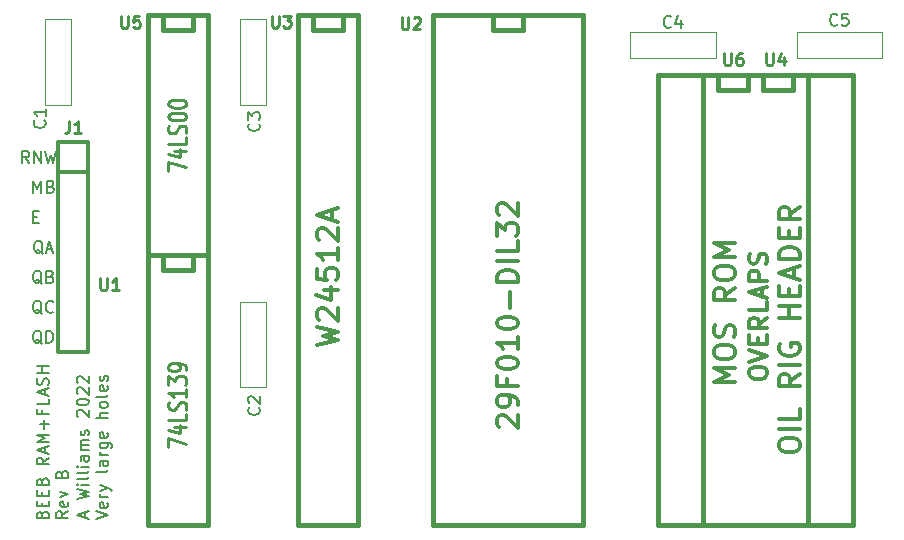
<source format=gto>
G04 #@! TF.GenerationSoftware,KiCad,Pcbnew,(6.0.6)*
G04 #@! TF.CreationDate,2022-10-18T23:28:59+10:30*
G04 #@! TF.ProjectId,BBCROMRAM2014,42424352-4f4d-4524-914d-323031342e6b,rev?*
G04 #@! TF.SameCoordinates,Original*
G04 #@! TF.FileFunction,Legend,Top*
G04 #@! TF.FilePolarity,Positive*
%FSLAX46Y46*%
G04 Gerber Fmt 4.6, Leading zero omitted, Abs format (unit mm)*
G04 Created by KiCad (PCBNEW (6.0.6)) date 2022-10-18 23:28:59*
%MOMM*%
%LPD*%
G01*
G04 APERTURE LIST*
%ADD10C,0.150000*%
%ADD11C,0.300000*%
%ADD12C,0.254000*%
%ADD13C,0.304800*%
%ADD14C,0.285750*%
%ADD15C,0.381000*%
%ADD16C,0.120000*%
%ADD17R,1.397000X1.397000*%
%ADD18C,1.397000*%
%ADD19C,2.100000*%
%ADD20C,2.200000*%
%ADD21C,1.900000*%
%ADD22C,1.600000*%
G04 APERTURE END LIST*
D10*
X215463380Y-139810952D02*
X214987190Y-140144285D01*
X215463380Y-140382380D02*
X214463380Y-140382380D01*
X214463380Y-140001428D01*
X214511000Y-139906190D01*
X214558619Y-139858571D01*
X214653857Y-139810952D01*
X214796714Y-139810952D01*
X214891952Y-139858571D01*
X214939571Y-139906190D01*
X214987190Y-140001428D01*
X214987190Y-140382380D01*
X215415761Y-139001428D02*
X215463380Y-139096666D01*
X215463380Y-139287142D01*
X215415761Y-139382380D01*
X215320523Y-139430000D01*
X214939571Y-139430000D01*
X214844333Y-139382380D01*
X214796714Y-139287142D01*
X214796714Y-139096666D01*
X214844333Y-139001428D01*
X214939571Y-138953809D01*
X215034809Y-138953809D01*
X215130047Y-139430000D01*
X214796714Y-138620476D02*
X215463380Y-138382380D01*
X214796714Y-138144285D01*
X214939571Y-136668095D02*
X214987190Y-136525238D01*
X215034809Y-136477619D01*
X215130047Y-136430000D01*
X215272904Y-136430000D01*
X215368142Y-136477619D01*
X215415761Y-136525238D01*
X215463380Y-136620476D01*
X215463380Y-137001428D01*
X214463380Y-137001428D01*
X214463380Y-136668095D01*
X214511000Y-136572857D01*
X214558619Y-136525238D01*
X214653857Y-136477619D01*
X214749095Y-136477619D01*
X214844333Y-136525238D01*
X214891952Y-136572857D01*
X214939571Y-136668095D01*
X214939571Y-137001428D01*
X212167885Y-110332780D02*
X211834552Y-109856590D01*
X211596457Y-110332780D02*
X211596457Y-109332780D01*
X211977409Y-109332780D01*
X212072647Y-109380400D01*
X212120266Y-109428019D01*
X212167885Y-109523257D01*
X212167885Y-109666114D01*
X212120266Y-109761352D01*
X212072647Y-109808971D01*
X211977409Y-109856590D01*
X211596457Y-109856590D01*
X212596457Y-110332780D02*
X212596457Y-109332780D01*
X213167885Y-110332780D01*
X213167885Y-109332780D01*
X213548838Y-109332780D02*
X213786933Y-110332780D01*
X213977409Y-109618495D01*
X214167885Y-110332780D01*
X214405980Y-109332780D01*
X213240952Y-120562619D02*
X213145714Y-120515000D01*
X213050476Y-120419761D01*
X212907619Y-120276904D01*
X212812380Y-120229285D01*
X212717142Y-120229285D01*
X212764761Y-120467380D02*
X212669523Y-120419761D01*
X212574285Y-120324523D01*
X212526666Y-120134047D01*
X212526666Y-119800714D01*
X212574285Y-119610238D01*
X212669523Y-119515000D01*
X212764761Y-119467380D01*
X212955238Y-119467380D01*
X213050476Y-119515000D01*
X213145714Y-119610238D01*
X213193333Y-119800714D01*
X213193333Y-120134047D01*
X213145714Y-120324523D01*
X213050476Y-120419761D01*
X212955238Y-120467380D01*
X212764761Y-120467380D01*
X213955238Y-119943571D02*
X214098095Y-119991190D01*
X214145714Y-120038809D01*
X214193333Y-120134047D01*
X214193333Y-120276904D01*
X214145714Y-120372142D01*
X214098095Y-120419761D01*
X214002857Y-120467380D01*
X213621904Y-120467380D01*
X213621904Y-119467380D01*
X213955238Y-119467380D01*
X214050476Y-119515000D01*
X214098095Y-119562619D01*
X214145714Y-119657857D01*
X214145714Y-119753095D01*
X214098095Y-119848333D01*
X214050476Y-119895952D01*
X213955238Y-119943571D01*
X213621904Y-119943571D01*
X212526666Y-112847380D02*
X212526666Y-111847380D01*
X212860000Y-112561666D01*
X213193333Y-111847380D01*
X213193333Y-112847380D01*
X214002857Y-112323571D02*
X214145714Y-112371190D01*
X214193333Y-112418809D01*
X214240952Y-112514047D01*
X214240952Y-112656904D01*
X214193333Y-112752142D01*
X214145714Y-112799761D01*
X214050476Y-112847380D01*
X213669523Y-112847380D01*
X213669523Y-111847380D01*
X214002857Y-111847380D01*
X214098095Y-111895000D01*
X214145714Y-111942619D01*
X214193333Y-112037857D01*
X214193333Y-112133095D01*
X214145714Y-112228333D01*
X214098095Y-112275952D01*
X214002857Y-112323571D01*
X213669523Y-112323571D01*
D11*
X273142971Y-128220171D02*
X273142971Y-127934457D01*
X273214400Y-127791600D01*
X273357257Y-127648742D01*
X273642971Y-127577314D01*
X274142971Y-127577314D01*
X274428685Y-127648742D01*
X274571542Y-127791600D01*
X274642971Y-127934457D01*
X274642971Y-128220171D01*
X274571542Y-128363028D01*
X274428685Y-128505885D01*
X274142971Y-128577314D01*
X273642971Y-128577314D01*
X273357257Y-128505885D01*
X273214400Y-128363028D01*
X273142971Y-128220171D01*
X273142971Y-127148742D02*
X274642971Y-126648742D01*
X273142971Y-126148742D01*
X273857257Y-125648742D02*
X273857257Y-125148742D01*
X274642971Y-124934457D02*
X274642971Y-125648742D01*
X273142971Y-125648742D01*
X273142971Y-124934457D01*
X274642971Y-123434457D02*
X273928685Y-123934457D01*
X274642971Y-124291600D02*
X273142971Y-124291600D01*
X273142971Y-123720171D01*
X273214400Y-123577314D01*
X273285828Y-123505885D01*
X273428685Y-123434457D01*
X273642971Y-123434457D01*
X273785828Y-123505885D01*
X273857257Y-123577314D01*
X273928685Y-123720171D01*
X273928685Y-124291600D01*
X274642971Y-122077314D02*
X274642971Y-122791600D01*
X273142971Y-122791600D01*
X274214400Y-121648742D02*
X274214400Y-120934457D01*
X274642971Y-121791600D02*
X273142971Y-121291600D01*
X274642971Y-120791600D01*
X274642971Y-120291600D02*
X273142971Y-120291600D01*
X273142971Y-119720171D01*
X273214400Y-119577314D01*
X273285828Y-119505885D01*
X273428685Y-119434457D01*
X273642971Y-119434457D01*
X273785828Y-119505885D01*
X273857257Y-119577314D01*
X273928685Y-119720171D01*
X273928685Y-120291600D01*
X274571542Y-118863028D02*
X274642971Y-118648742D01*
X274642971Y-118291600D01*
X274571542Y-118148742D01*
X274500114Y-118077314D01*
X274357257Y-118005885D01*
X274214400Y-118005885D01*
X274071542Y-118077314D01*
X274000114Y-118148742D01*
X273928685Y-118291600D01*
X273857257Y-118577314D01*
X273785828Y-118720171D01*
X273714400Y-118791600D01*
X273571542Y-118863028D01*
X273428685Y-118863028D01*
X273285828Y-118791600D01*
X273214400Y-118720171D01*
X273142971Y-118577314D01*
X273142971Y-118220171D01*
X273214400Y-118005885D01*
D10*
X213312380Y-118022619D02*
X213217142Y-117975000D01*
X213121904Y-117879761D01*
X212979047Y-117736904D01*
X212883809Y-117689285D01*
X212788571Y-117689285D01*
X212836190Y-117927380D02*
X212740952Y-117879761D01*
X212645714Y-117784523D01*
X212598095Y-117594047D01*
X212598095Y-117260714D01*
X212645714Y-117070238D01*
X212740952Y-116975000D01*
X212836190Y-116927380D01*
X213026666Y-116927380D01*
X213121904Y-116975000D01*
X213217142Y-117070238D01*
X213264761Y-117260714D01*
X213264761Y-117594047D01*
X213217142Y-117784523D01*
X213121904Y-117879761D01*
X213026666Y-117927380D01*
X212836190Y-117927380D01*
X213645714Y-117641666D02*
X214121904Y-117641666D01*
X213550476Y-117927380D02*
X213883809Y-116927380D01*
X214217142Y-117927380D01*
X216912666Y-140366000D02*
X216912666Y-139889809D01*
X217198380Y-140461238D02*
X216198380Y-140127904D01*
X217198380Y-139794571D01*
X216198380Y-138794571D02*
X217198380Y-138556476D01*
X216484095Y-138366000D01*
X217198380Y-138175523D01*
X216198380Y-137937428D01*
X217198380Y-137556476D02*
X216531714Y-137556476D01*
X216198380Y-137556476D02*
X216246000Y-137604095D01*
X216293619Y-137556476D01*
X216246000Y-137508857D01*
X216198380Y-137556476D01*
X216293619Y-137556476D01*
X217198380Y-136937428D02*
X217150761Y-137032666D01*
X217055523Y-137080285D01*
X216198380Y-137080285D01*
X217198380Y-136413619D02*
X217150761Y-136508857D01*
X217055523Y-136556476D01*
X216198380Y-136556476D01*
X217198380Y-136032666D02*
X216531714Y-136032666D01*
X216198380Y-136032666D02*
X216246000Y-136080285D01*
X216293619Y-136032666D01*
X216246000Y-135985047D01*
X216198380Y-136032666D01*
X216293619Y-136032666D01*
X217198380Y-135127904D02*
X216674571Y-135127904D01*
X216579333Y-135175523D01*
X216531714Y-135270761D01*
X216531714Y-135461238D01*
X216579333Y-135556476D01*
X217150761Y-135127904D02*
X217198380Y-135223142D01*
X217198380Y-135461238D01*
X217150761Y-135556476D01*
X217055523Y-135604095D01*
X216960285Y-135604095D01*
X216865047Y-135556476D01*
X216817428Y-135461238D01*
X216817428Y-135223142D01*
X216769809Y-135127904D01*
X217198380Y-134651714D02*
X216531714Y-134651714D01*
X216626952Y-134651714D02*
X216579333Y-134604095D01*
X216531714Y-134508857D01*
X216531714Y-134366000D01*
X216579333Y-134270761D01*
X216674571Y-134223142D01*
X217198380Y-134223142D01*
X216674571Y-134223142D02*
X216579333Y-134175523D01*
X216531714Y-134080285D01*
X216531714Y-133937428D01*
X216579333Y-133842190D01*
X216674571Y-133794571D01*
X217198380Y-133794571D01*
X217150761Y-133366000D02*
X217198380Y-133270761D01*
X217198380Y-133080285D01*
X217150761Y-132985047D01*
X217055523Y-132937428D01*
X217007904Y-132937428D01*
X216912666Y-132985047D01*
X216865047Y-133080285D01*
X216865047Y-133223142D01*
X216817428Y-133318380D01*
X216722190Y-133366000D01*
X216674571Y-133366000D01*
X216579333Y-133318380D01*
X216531714Y-133223142D01*
X216531714Y-133080285D01*
X216579333Y-132985047D01*
X216293619Y-131794571D02*
X216246000Y-131746952D01*
X216198380Y-131651714D01*
X216198380Y-131413619D01*
X216246000Y-131318380D01*
X216293619Y-131270761D01*
X216388857Y-131223142D01*
X216484095Y-131223142D01*
X216626952Y-131270761D01*
X217198380Y-131842190D01*
X217198380Y-131223142D01*
X216198380Y-130604095D02*
X216198380Y-130508857D01*
X216246000Y-130413619D01*
X216293619Y-130366000D01*
X216388857Y-130318380D01*
X216579333Y-130270761D01*
X216817428Y-130270761D01*
X217007904Y-130318380D01*
X217103142Y-130366000D01*
X217150761Y-130413619D01*
X217198380Y-130508857D01*
X217198380Y-130604095D01*
X217150761Y-130699333D01*
X217103142Y-130746952D01*
X217007904Y-130794571D01*
X216817428Y-130842190D01*
X216579333Y-130842190D01*
X216388857Y-130794571D01*
X216293619Y-130746952D01*
X216246000Y-130699333D01*
X216198380Y-130604095D01*
X216293619Y-129889809D02*
X216246000Y-129842190D01*
X216198380Y-129746952D01*
X216198380Y-129508857D01*
X216246000Y-129413619D01*
X216293619Y-129366000D01*
X216388857Y-129318380D01*
X216484095Y-129318380D01*
X216626952Y-129366000D01*
X217198380Y-129937428D01*
X217198380Y-129318380D01*
X216293619Y-128937428D02*
X216246000Y-128889809D01*
X216198380Y-128794571D01*
X216198380Y-128556476D01*
X216246000Y-128461238D01*
X216293619Y-128413619D01*
X216388857Y-128366000D01*
X216484095Y-128366000D01*
X216626952Y-128413619D01*
X217198380Y-128985047D01*
X217198380Y-128366000D01*
X217808380Y-140485047D02*
X218808380Y-140151714D01*
X217808380Y-139818380D01*
X218760761Y-139104095D02*
X218808380Y-139199333D01*
X218808380Y-139389809D01*
X218760761Y-139485047D01*
X218665523Y-139532666D01*
X218284571Y-139532666D01*
X218189333Y-139485047D01*
X218141714Y-139389809D01*
X218141714Y-139199333D01*
X218189333Y-139104095D01*
X218284571Y-139056476D01*
X218379809Y-139056476D01*
X218475047Y-139532666D01*
X218808380Y-138627904D02*
X218141714Y-138627904D01*
X218332190Y-138627904D02*
X218236952Y-138580285D01*
X218189333Y-138532666D01*
X218141714Y-138437428D01*
X218141714Y-138342190D01*
X218141714Y-138104095D02*
X218808380Y-137866000D01*
X218141714Y-137627904D02*
X218808380Y-137866000D01*
X219046476Y-137961238D01*
X219094095Y-138008857D01*
X219141714Y-138104095D01*
X218808380Y-136342190D02*
X218760761Y-136437428D01*
X218665523Y-136485047D01*
X217808380Y-136485047D01*
X218808380Y-135532666D02*
X218284571Y-135532666D01*
X218189333Y-135580285D01*
X218141714Y-135675523D01*
X218141714Y-135866000D01*
X218189333Y-135961238D01*
X218760761Y-135532666D02*
X218808380Y-135627904D01*
X218808380Y-135866000D01*
X218760761Y-135961238D01*
X218665523Y-136008857D01*
X218570285Y-136008857D01*
X218475047Y-135961238D01*
X218427428Y-135866000D01*
X218427428Y-135627904D01*
X218379809Y-135532666D01*
X218808380Y-135056476D02*
X218141714Y-135056476D01*
X218332190Y-135056476D02*
X218236952Y-135008857D01*
X218189333Y-134961238D01*
X218141714Y-134866000D01*
X218141714Y-134770761D01*
X218141714Y-134008857D02*
X218951238Y-134008857D01*
X219046476Y-134056476D01*
X219094095Y-134104095D01*
X219141714Y-134199333D01*
X219141714Y-134342190D01*
X219094095Y-134437428D01*
X218760761Y-134008857D02*
X218808380Y-134104095D01*
X218808380Y-134294571D01*
X218760761Y-134389809D01*
X218713142Y-134437428D01*
X218617904Y-134485047D01*
X218332190Y-134485047D01*
X218236952Y-134437428D01*
X218189333Y-134389809D01*
X218141714Y-134294571D01*
X218141714Y-134104095D01*
X218189333Y-134008857D01*
X218760761Y-133151714D02*
X218808380Y-133246952D01*
X218808380Y-133437428D01*
X218760761Y-133532666D01*
X218665523Y-133580285D01*
X218284571Y-133580285D01*
X218189333Y-133532666D01*
X218141714Y-133437428D01*
X218141714Y-133246952D01*
X218189333Y-133151714D01*
X218284571Y-133104095D01*
X218379809Y-133104095D01*
X218475047Y-133580285D01*
X218808380Y-131913619D02*
X217808380Y-131913619D01*
X218808380Y-131485047D02*
X218284571Y-131485047D01*
X218189333Y-131532666D01*
X218141714Y-131627904D01*
X218141714Y-131770761D01*
X218189333Y-131866000D01*
X218236952Y-131913619D01*
X218808380Y-130866000D02*
X218760761Y-130961238D01*
X218713142Y-131008857D01*
X218617904Y-131056476D01*
X218332190Y-131056476D01*
X218236952Y-131008857D01*
X218189333Y-130961238D01*
X218141714Y-130866000D01*
X218141714Y-130723142D01*
X218189333Y-130627904D01*
X218236952Y-130580285D01*
X218332190Y-130532666D01*
X218617904Y-130532666D01*
X218713142Y-130580285D01*
X218760761Y-130627904D01*
X218808380Y-130723142D01*
X218808380Y-130866000D01*
X218808380Y-129961238D02*
X218760761Y-130056476D01*
X218665523Y-130104095D01*
X217808380Y-130104095D01*
X218760761Y-129199333D02*
X218808380Y-129294571D01*
X218808380Y-129485047D01*
X218760761Y-129580285D01*
X218665523Y-129627904D01*
X218284571Y-129627904D01*
X218189333Y-129580285D01*
X218141714Y-129485047D01*
X218141714Y-129294571D01*
X218189333Y-129199333D01*
X218284571Y-129151714D01*
X218379809Y-129151714D01*
X218475047Y-129627904D01*
X218760761Y-128770761D02*
X218808380Y-128675523D01*
X218808380Y-128485047D01*
X218760761Y-128389809D01*
X218665523Y-128342190D01*
X218617904Y-128342190D01*
X218522666Y-128389809D01*
X218475047Y-128485047D01*
X218475047Y-128627904D01*
X218427428Y-128723142D01*
X218332190Y-128770761D01*
X218284571Y-128770761D01*
X218189333Y-128723142D01*
X218141714Y-128627904D01*
X218141714Y-128485047D01*
X218189333Y-128389809D01*
X213288571Y-140080238D02*
X213336190Y-139937380D01*
X213383809Y-139889761D01*
X213479047Y-139842142D01*
X213621904Y-139842142D01*
X213717142Y-139889761D01*
X213764761Y-139937380D01*
X213812380Y-140032619D01*
X213812380Y-140413571D01*
X212812380Y-140413571D01*
X212812380Y-140080238D01*
X212860000Y-139985000D01*
X212907619Y-139937380D01*
X213002857Y-139889761D01*
X213098095Y-139889761D01*
X213193333Y-139937380D01*
X213240952Y-139985000D01*
X213288571Y-140080238D01*
X213288571Y-140413571D01*
X213288571Y-139413571D02*
X213288571Y-139080238D01*
X213812380Y-138937380D02*
X213812380Y-139413571D01*
X212812380Y-139413571D01*
X212812380Y-138937380D01*
X213288571Y-138508809D02*
X213288571Y-138175476D01*
X213812380Y-138032619D02*
X213812380Y-138508809D01*
X212812380Y-138508809D01*
X212812380Y-138032619D01*
X213288571Y-137270714D02*
X213336190Y-137127857D01*
X213383809Y-137080238D01*
X213479047Y-137032619D01*
X213621904Y-137032619D01*
X213717142Y-137080238D01*
X213764761Y-137127857D01*
X213812380Y-137223095D01*
X213812380Y-137604047D01*
X212812380Y-137604047D01*
X212812380Y-137270714D01*
X212860000Y-137175476D01*
X212907619Y-137127857D01*
X213002857Y-137080238D01*
X213098095Y-137080238D01*
X213193333Y-137127857D01*
X213240952Y-137175476D01*
X213288571Y-137270714D01*
X213288571Y-137604047D01*
X213812380Y-135270714D02*
X213336190Y-135604047D01*
X213812380Y-135842142D02*
X212812380Y-135842142D01*
X212812380Y-135461190D01*
X212860000Y-135365952D01*
X212907619Y-135318333D01*
X213002857Y-135270714D01*
X213145714Y-135270714D01*
X213240952Y-135318333D01*
X213288571Y-135365952D01*
X213336190Y-135461190D01*
X213336190Y-135842142D01*
X213526666Y-134889761D02*
X213526666Y-134413571D01*
X213812380Y-134985000D02*
X212812380Y-134651666D01*
X213812380Y-134318333D01*
X213812380Y-133985000D02*
X212812380Y-133985000D01*
X213526666Y-133651666D01*
X212812380Y-133318333D01*
X213812380Y-133318333D01*
X213431428Y-132842142D02*
X213431428Y-132080238D01*
X213812380Y-132461190D02*
X213050476Y-132461190D01*
X213288571Y-131270714D02*
X213288571Y-131604047D01*
X213812380Y-131604047D02*
X212812380Y-131604047D01*
X212812380Y-131127857D01*
X213812380Y-130270714D02*
X213812380Y-130746904D01*
X212812380Y-130746904D01*
X213526666Y-129985000D02*
X213526666Y-129508809D01*
X213812380Y-130080238D02*
X212812380Y-129746904D01*
X213812380Y-129413571D01*
X213764761Y-129127857D02*
X213812380Y-128985000D01*
X213812380Y-128746904D01*
X213764761Y-128651666D01*
X213717142Y-128604047D01*
X213621904Y-128556428D01*
X213526666Y-128556428D01*
X213431428Y-128604047D01*
X213383809Y-128651666D01*
X213336190Y-128746904D01*
X213288571Y-128937380D01*
X213240952Y-129032619D01*
X213193333Y-129080238D01*
X213098095Y-129127857D01*
X213002857Y-129127857D01*
X212907619Y-129080238D01*
X212860000Y-129032619D01*
X212812380Y-128937380D01*
X212812380Y-128699285D01*
X212860000Y-128556428D01*
X213812380Y-128127857D02*
X212812380Y-128127857D01*
X213288571Y-128127857D02*
X213288571Y-127556428D01*
X213812380Y-127556428D02*
X212812380Y-127556428D01*
X213240952Y-123102619D02*
X213145714Y-123055000D01*
X213050476Y-122959761D01*
X212907619Y-122816904D01*
X212812380Y-122769285D01*
X212717142Y-122769285D01*
X212764761Y-123007380D02*
X212669523Y-122959761D01*
X212574285Y-122864523D01*
X212526666Y-122674047D01*
X212526666Y-122340714D01*
X212574285Y-122150238D01*
X212669523Y-122055000D01*
X212764761Y-122007380D01*
X212955238Y-122007380D01*
X213050476Y-122055000D01*
X213145714Y-122150238D01*
X213193333Y-122340714D01*
X213193333Y-122674047D01*
X213145714Y-122864523D01*
X213050476Y-122959761D01*
X212955238Y-123007380D01*
X212764761Y-123007380D01*
X214193333Y-122912142D02*
X214145714Y-122959761D01*
X214002857Y-123007380D01*
X213907619Y-123007380D01*
X213764761Y-122959761D01*
X213669523Y-122864523D01*
X213621904Y-122769285D01*
X213574285Y-122578809D01*
X213574285Y-122435952D01*
X213621904Y-122245476D01*
X213669523Y-122150238D01*
X213764761Y-122055000D01*
X213907619Y-122007380D01*
X214002857Y-122007380D01*
X214145714Y-122055000D01*
X214193333Y-122102619D01*
X213240952Y-125642619D02*
X213145714Y-125595000D01*
X213050476Y-125499761D01*
X212907619Y-125356904D01*
X212812380Y-125309285D01*
X212717142Y-125309285D01*
X212764761Y-125547380D02*
X212669523Y-125499761D01*
X212574285Y-125404523D01*
X212526666Y-125214047D01*
X212526666Y-124880714D01*
X212574285Y-124690238D01*
X212669523Y-124595000D01*
X212764761Y-124547380D01*
X212955238Y-124547380D01*
X213050476Y-124595000D01*
X213145714Y-124690238D01*
X213193333Y-124880714D01*
X213193333Y-125214047D01*
X213145714Y-125404523D01*
X213050476Y-125499761D01*
X212955238Y-125547380D01*
X212764761Y-125547380D01*
X213621904Y-125547380D02*
X213621904Y-124547380D01*
X213860000Y-124547380D01*
X214002857Y-124595000D01*
X214098095Y-124690238D01*
X214145714Y-124785476D01*
X214193333Y-124975952D01*
X214193333Y-125118809D01*
X214145714Y-125309285D01*
X214098095Y-125404523D01*
X214002857Y-125499761D01*
X213860000Y-125547380D01*
X213621904Y-125547380D01*
X212510714Y-114863571D02*
X212844047Y-114863571D01*
X212986904Y-115387380D02*
X212510714Y-115387380D01*
X212510714Y-114387380D01*
X212986904Y-114387380D01*
D12*
X215561333Y-106758619D02*
X215561333Y-107484333D01*
X215512952Y-107629476D01*
X215416190Y-107726238D01*
X215271047Y-107774619D01*
X215174285Y-107774619D01*
X216577333Y-107774619D02*
X215996761Y-107774619D01*
X216287047Y-107774619D02*
X216287047Y-106758619D01*
X216190285Y-106903761D01*
X216093523Y-107000523D01*
X215996761Y-107048904D01*
X243700904Y-97995619D02*
X243700904Y-98818095D01*
X243749285Y-98914857D01*
X243797666Y-98963238D01*
X243894428Y-99011619D01*
X244087952Y-99011619D01*
X244184714Y-98963238D01*
X244233095Y-98914857D01*
X244281476Y-98818095D01*
X244281476Y-97995619D01*
X244716904Y-98092380D02*
X244765285Y-98044000D01*
X244862047Y-97995619D01*
X245103952Y-97995619D01*
X245200714Y-98044000D01*
X245249095Y-98092380D01*
X245297476Y-98189142D01*
X245297476Y-98285904D01*
X245249095Y-98431047D01*
X244668523Y-99011619D01*
X245297476Y-99011619D01*
D13*
X251925666Y-132672666D02*
X251841000Y-132588000D01*
X251756333Y-132418666D01*
X251756333Y-131995333D01*
X251841000Y-131826000D01*
X251925666Y-131741333D01*
X252095000Y-131656666D01*
X252264333Y-131656666D01*
X252518333Y-131741333D01*
X253534333Y-132757333D01*
X253534333Y-131656666D01*
X253534333Y-130810000D02*
X253534333Y-130471333D01*
X253449666Y-130302000D01*
X253365000Y-130217333D01*
X253111000Y-130048000D01*
X252772333Y-129963333D01*
X252095000Y-129963333D01*
X251925666Y-130048000D01*
X251841000Y-130132666D01*
X251756333Y-130302000D01*
X251756333Y-130640666D01*
X251841000Y-130810000D01*
X251925666Y-130894666D01*
X252095000Y-130979333D01*
X252518333Y-130979333D01*
X252687666Y-130894666D01*
X252772333Y-130810000D01*
X252857000Y-130640666D01*
X252857000Y-130302000D01*
X252772333Y-130132666D01*
X252687666Y-130048000D01*
X252518333Y-129963333D01*
X252603000Y-128608666D02*
X252603000Y-129201333D01*
X253534333Y-129201333D02*
X251756333Y-129201333D01*
X251756333Y-128354666D01*
X251756333Y-127338666D02*
X251756333Y-127169333D01*
X251841000Y-127000000D01*
X251925666Y-126915333D01*
X252095000Y-126830666D01*
X252433666Y-126746000D01*
X252857000Y-126746000D01*
X253195666Y-126830666D01*
X253365000Y-126915333D01*
X253449666Y-127000000D01*
X253534333Y-127169333D01*
X253534333Y-127338666D01*
X253449666Y-127508000D01*
X253365000Y-127592666D01*
X253195666Y-127677333D01*
X252857000Y-127762000D01*
X252433666Y-127762000D01*
X252095000Y-127677333D01*
X251925666Y-127592666D01*
X251841000Y-127508000D01*
X251756333Y-127338666D01*
X253534333Y-125052666D02*
X253534333Y-126068666D01*
X253534333Y-125560666D02*
X251756333Y-125560666D01*
X252010333Y-125730000D01*
X252179666Y-125899333D01*
X252264333Y-126068666D01*
X251756333Y-123952000D02*
X251756333Y-123782666D01*
X251841000Y-123613333D01*
X251925666Y-123528666D01*
X252095000Y-123444000D01*
X252433666Y-123359333D01*
X252857000Y-123359333D01*
X253195666Y-123444000D01*
X253365000Y-123528666D01*
X253449666Y-123613333D01*
X253534333Y-123782666D01*
X253534333Y-123952000D01*
X253449666Y-124121333D01*
X253365000Y-124206000D01*
X253195666Y-124290666D01*
X252857000Y-124375333D01*
X252433666Y-124375333D01*
X252095000Y-124290666D01*
X251925666Y-124206000D01*
X251841000Y-124121333D01*
X251756333Y-123952000D01*
X252857000Y-122597333D02*
X252857000Y-121242666D01*
X253534333Y-120396000D02*
X251756333Y-120396000D01*
X251756333Y-119972666D01*
X251841000Y-119718666D01*
X252010333Y-119549333D01*
X252179666Y-119464666D01*
X252518333Y-119380000D01*
X252772333Y-119380000D01*
X253111000Y-119464666D01*
X253280333Y-119549333D01*
X253449666Y-119718666D01*
X253534333Y-119972666D01*
X253534333Y-120396000D01*
X253534333Y-118618000D02*
X251756333Y-118618000D01*
X253534333Y-116924666D02*
X253534333Y-117771333D01*
X251756333Y-117771333D01*
X251756333Y-116501333D02*
X251756333Y-115400666D01*
X252433666Y-115993333D01*
X252433666Y-115739333D01*
X252518333Y-115570000D01*
X252603000Y-115485333D01*
X252772333Y-115400666D01*
X253195666Y-115400666D01*
X253365000Y-115485333D01*
X253449666Y-115570000D01*
X253534333Y-115739333D01*
X253534333Y-116247333D01*
X253449666Y-116416666D01*
X253365000Y-116501333D01*
X251925666Y-114723333D02*
X251841000Y-114638666D01*
X251756333Y-114469333D01*
X251756333Y-114046000D01*
X251841000Y-113876666D01*
X251925666Y-113792000D01*
X252095000Y-113707333D01*
X252264333Y-113707333D01*
X252518333Y-113792000D01*
X253534333Y-114808000D01*
X253534333Y-113707333D01*
D12*
X274561904Y-101043619D02*
X274561904Y-101866095D01*
X274610285Y-101962857D01*
X274658666Y-102011238D01*
X274755428Y-102059619D01*
X274948952Y-102059619D01*
X275045714Y-102011238D01*
X275094095Y-101962857D01*
X275142476Y-101866095D01*
X275142476Y-101043619D01*
X276061714Y-101382285D02*
X276061714Y-102059619D01*
X275819809Y-100995238D02*
X275577904Y-101720952D01*
X276206857Y-101720952D01*
D13*
X275683133Y-134357533D02*
X275683133Y-134018866D01*
X275767800Y-133849533D01*
X275937133Y-133680200D01*
X276275800Y-133595533D01*
X276868466Y-133595533D01*
X277207133Y-133680200D01*
X277376466Y-133849533D01*
X277461133Y-134018866D01*
X277461133Y-134357533D01*
X277376466Y-134526866D01*
X277207133Y-134696200D01*
X276868466Y-134780866D01*
X276275800Y-134780866D01*
X275937133Y-134696200D01*
X275767800Y-134526866D01*
X275683133Y-134357533D01*
X277461133Y-132833533D02*
X275683133Y-132833533D01*
X277461133Y-131140200D02*
X277461133Y-131986866D01*
X275683133Y-131986866D01*
X277461133Y-128176866D02*
X276614466Y-128769533D01*
X277461133Y-129192866D02*
X275683133Y-129192866D01*
X275683133Y-128515533D01*
X275767800Y-128346200D01*
X275852466Y-128261533D01*
X276021800Y-128176866D01*
X276275800Y-128176866D01*
X276445133Y-128261533D01*
X276529800Y-128346200D01*
X276614466Y-128515533D01*
X276614466Y-129192866D01*
X277461133Y-127414866D02*
X275683133Y-127414866D01*
X275767800Y-125636866D02*
X275683133Y-125806200D01*
X275683133Y-126060200D01*
X275767800Y-126314200D01*
X275937133Y-126483533D01*
X276106466Y-126568200D01*
X276445133Y-126652866D01*
X276699133Y-126652866D01*
X277037800Y-126568200D01*
X277207133Y-126483533D01*
X277376466Y-126314200D01*
X277461133Y-126060200D01*
X277461133Y-125890866D01*
X277376466Y-125636866D01*
X277291800Y-125552200D01*
X276699133Y-125552200D01*
X276699133Y-125890866D01*
X277461133Y-123435533D02*
X275683133Y-123435533D01*
X276529800Y-123435533D02*
X276529800Y-122419533D01*
X277461133Y-122419533D02*
X275683133Y-122419533D01*
X276529800Y-121572866D02*
X276529800Y-120980200D01*
X277461133Y-120726200D02*
X277461133Y-121572866D01*
X275683133Y-121572866D01*
X275683133Y-120726200D01*
X276953133Y-120048866D02*
X276953133Y-119202200D01*
X277461133Y-120218200D02*
X275683133Y-119625533D01*
X277461133Y-119032866D01*
X277461133Y-118440200D02*
X275683133Y-118440200D01*
X275683133Y-118016866D01*
X275767800Y-117762866D01*
X275937133Y-117593533D01*
X276106466Y-117508866D01*
X276445133Y-117424200D01*
X276699133Y-117424200D01*
X277037800Y-117508866D01*
X277207133Y-117593533D01*
X277376466Y-117762866D01*
X277461133Y-118016866D01*
X277461133Y-118440200D01*
X276529800Y-116662200D02*
X276529800Y-116069533D01*
X277461133Y-115815533D02*
X277461133Y-116662200D01*
X275683133Y-116662200D01*
X275683133Y-115815533D01*
X277461133Y-114037533D02*
X276614466Y-114630200D01*
X277461133Y-115053533D02*
X275683133Y-115053533D01*
X275683133Y-114376200D01*
X275767800Y-114206866D01*
X275852466Y-114122200D01*
X276021800Y-114037533D01*
X276275800Y-114037533D01*
X276445133Y-114122200D01*
X276529800Y-114206866D01*
X276614466Y-114376200D01*
X276614466Y-115053533D01*
D12*
X271005904Y-101043619D02*
X271005904Y-101866095D01*
X271054285Y-101962857D01*
X271102666Y-102011238D01*
X271199428Y-102059619D01*
X271392952Y-102059619D01*
X271489714Y-102011238D01*
X271538095Y-101962857D01*
X271586476Y-101866095D01*
X271586476Y-101043619D01*
X272505714Y-101043619D02*
X272312190Y-101043619D01*
X272215428Y-101092000D01*
X272167047Y-101140380D01*
X272070285Y-101285523D01*
X272021904Y-101479047D01*
X272021904Y-101866095D01*
X272070285Y-101962857D01*
X272118666Y-102011238D01*
X272215428Y-102059619D01*
X272408952Y-102059619D01*
X272505714Y-102011238D01*
X272554095Y-101962857D01*
X272602476Y-101866095D01*
X272602476Y-101624190D01*
X272554095Y-101527428D01*
X272505714Y-101479047D01*
X272408952Y-101430666D01*
X272215428Y-101430666D01*
X272118666Y-101479047D01*
X272070285Y-101527428D01*
X272021904Y-101624190D01*
D13*
X271923933Y-128871133D02*
X270145933Y-128871133D01*
X271415933Y-128278466D01*
X270145933Y-127685800D01*
X271923933Y-127685800D01*
X270145933Y-126500466D02*
X270145933Y-126161800D01*
X270230600Y-125992466D01*
X270399933Y-125823133D01*
X270738600Y-125738466D01*
X271331266Y-125738466D01*
X271669933Y-125823133D01*
X271839266Y-125992466D01*
X271923933Y-126161800D01*
X271923933Y-126500466D01*
X271839266Y-126669800D01*
X271669933Y-126839133D01*
X271331266Y-126923800D01*
X270738600Y-126923800D01*
X270399933Y-126839133D01*
X270230600Y-126669800D01*
X270145933Y-126500466D01*
X271839266Y-125061133D02*
X271923933Y-124807133D01*
X271923933Y-124383800D01*
X271839266Y-124214466D01*
X271754600Y-124129800D01*
X271585266Y-124045133D01*
X271415933Y-124045133D01*
X271246600Y-124129800D01*
X271161933Y-124214466D01*
X271077266Y-124383800D01*
X270992600Y-124722466D01*
X270907933Y-124891800D01*
X270823266Y-124976466D01*
X270653933Y-125061133D01*
X270484600Y-125061133D01*
X270315266Y-124976466D01*
X270230600Y-124891800D01*
X270145933Y-124722466D01*
X270145933Y-124299133D01*
X270230600Y-124045133D01*
X271923933Y-120912466D02*
X271077266Y-121505133D01*
X271923933Y-121928466D02*
X270145933Y-121928466D01*
X270145933Y-121251133D01*
X270230600Y-121081800D01*
X270315266Y-120997133D01*
X270484600Y-120912466D01*
X270738600Y-120912466D01*
X270907933Y-120997133D01*
X270992600Y-121081800D01*
X271077266Y-121251133D01*
X271077266Y-121928466D01*
X270145933Y-119811800D02*
X270145933Y-119473133D01*
X270230600Y-119303800D01*
X270399933Y-119134466D01*
X270738600Y-119049800D01*
X271331266Y-119049800D01*
X271669933Y-119134466D01*
X271839266Y-119303800D01*
X271923933Y-119473133D01*
X271923933Y-119811800D01*
X271839266Y-119981133D01*
X271669933Y-120150466D01*
X271331266Y-120235133D01*
X270738600Y-120235133D01*
X270399933Y-120150466D01*
X270230600Y-119981133D01*
X270145933Y-119811800D01*
X271923933Y-118287800D02*
X270145933Y-118287800D01*
X271415933Y-117695133D01*
X270145933Y-117102466D01*
X271923933Y-117102466D01*
D12*
X218173904Y-120093619D02*
X218173904Y-120916095D01*
X218222285Y-121012857D01*
X218270666Y-121061238D01*
X218367428Y-121109619D01*
X218560952Y-121109619D01*
X218657714Y-121061238D01*
X218706095Y-121012857D01*
X218754476Y-120916095D01*
X218754476Y-120093619D01*
X219770476Y-121109619D02*
X219189904Y-121109619D01*
X219480190Y-121109619D02*
X219480190Y-120093619D01*
X219383428Y-120238761D01*
X219286666Y-120335523D01*
X219189904Y-120383904D01*
D14*
X223955428Y-134375071D02*
X223955428Y-133613071D01*
X225479428Y-134102928D01*
X224463428Y-132687785D02*
X225479428Y-132687785D01*
X223882857Y-132959928D02*
X224971428Y-133232071D01*
X224971428Y-132524500D01*
X225479428Y-131544785D02*
X225479428Y-132089071D01*
X223955428Y-132089071D01*
X225406857Y-131218214D02*
X225479428Y-131054928D01*
X225479428Y-130782785D01*
X225406857Y-130673928D01*
X225334285Y-130619500D01*
X225189142Y-130565071D01*
X225044000Y-130565071D01*
X224898857Y-130619500D01*
X224826285Y-130673928D01*
X224753714Y-130782785D01*
X224681142Y-131000500D01*
X224608571Y-131109357D01*
X224536000Y-131163785D01*
X224390857Y-131218214D01*
X224245714Y-131218214D01*
X224100571Y-131163785D01*
X224028000Y-131109357D01*
X223955428Y-131000500D01*
X223955428Y-130728357D01*
X224028000Y-130565071D01*
X225479428Y-129476500D02*
X225479428Y-130129642D01*
X225479428Y-129803071D02*
X223955428Y-129803071D01*
X224173142Y-129911928D01*
X224318285Y-130020785D01*
X224390857Y-130129642D01*
X223955428Y-129095500D02*
X223955428Y-128387928D01*
X224536000Y-128768928D01*
X224536000Y-128605642D01*
X224608571Y-128496785D01*
X224681142Y-128442357D01*
X224826285Y-128387928D01*
X225189142Y-128387928D01*
X225334285Y-128442357D01*
X225406857Y-128496785D01*
X225479428Y-128605642D01*
X225479428Y-128932214D01*
X225406857Y-129041071D01*
X225334285Y-129095500D01*
X225479428Y-127843642D02*
X225479428Y-127625928D01*
X225406857Y-127517071D01*
X225334285Y-127462642D01*
X225116571Y-127353785D01*
X224826285Y-127299357D01*
X224245714Y-127299357D01*
X224100571Y-127353785D01*
X224028000Y-127408214D01*
X223955428Y-127517071D01*
X223955428Y-127734785D01*
X224028000Y-127843642D01*
X224100571Y-127898071D01*
X224245714Y-127952500D01*
X224608571Y-127952500D01*
X224753714Y-127898071D01*
X224826285Y-127843642D01*
X224898857Y-127734785D01*
X224898857Y-127517071D01*
X224826285Y-127408214D01*
X224753714Y-127353785D01*
X224608571Y-127299357D01*
D12*
X219951904Y-97868619D02*
X219951904Y-98691095D01*
X220000285Y-98787857D01*
X220048666Y-98836238D01*
X220145428Y-98884619D01*
X220338952Y-98884619D01*
X220435714Y-98836238D01*
X220484095Y-98787857D01*
X220532476Y-98691095D01*
X220532476Y-97868619D01*
X221500095Y-97868619D02*
X221016285Y-97868619D01*
X220967904Y-98352428D01*
X221016285Y-98304047D01*
X221113047Y-98255666D01*
X221354952Y-98255666D01*
X221451714Y-98304047D01*
X221500095Y-98352428D01*
X221548476Y-98449190D01*
X221548476Y-98691095D01*
X221500095Y-98787857D01*
X221451714Y-98836238D01*
X221354952Y-98884619D01*
X221113047Y-98884619D01*
X221016285Y-98836238D01*
X220967904Y-98787857D01*
D14*
X223955428Y-110970785D02*
X223955428Y-110208785D01*
X225479428Y-110698642D01*
X224463428Y-109283500D02*
X225479428Y-109283500D01*
X223882857Y-109555642D02*
X224971428Y-109827785D01*
X224971428Y-109120214D01*
X225479428Y-108140500D02*
X225479428Y-108684785D01*
X223955428Y-108684785D01*
X225406857Y-107813928D02*
X225479428Y-107650642D01*
X225479428Y-107378500D01*
X225406857Y-107269642D01*
X225334285Y-107215214D01*
X225189142Y-107160785D01*
X225044000Y-107160785D01*
X224898857Y-107215214D01*
X224826285Y-107269642D01*
X224753714Y-107378500D01*
X224681142Y-107596214D01*
X224608571Y-107705071D01*
X224536000Y-107759500D01*
X224390857Y-107813928D01*
X224245714Y-107813928D01*
X224100571Y-107759500D01*
X224028000Y-107705071D01*
X223955428Y-107596214D01*
X223955428Y-107324071D01*
X224028000Y-107160785D01*
X223955428Y-106453214D02*
X223955428Y-106344357D01*
X224028000Y-106235500D01*
X224100571Y-106181071D01*
X224245714Y-106126642D01*
X224536000Y-106072214D01*
X224898857Y-106072214D01*
X225189142Y-106126642D01*
X225334285Y-106181071D01*
X225406857Y-106235500D01*
X225479428Y-106344357D01*
X225479428Y-106453214D01*
X225406857Y-106562071D01*
X225334285Y-106616500D01*
X225189142Y-106670928D01*
X224898857Y-106725357D01*
X224536000Y-106725357D01*
X224245714Y-106670928D01*
X224100571Y-106616500D01*
X224028000Y-106562071D01*
X223955428Y-106453214D01*
X223955428Y-105364642D02*
X223955428Y-105255785D01*
X224028000Y-105146928D01*
X224100571Y-105092500D01*
X224245714Y-105038071D01*
X224536000Y-104983642D01*
X224898857Y-104983642D01*
X225189142Y-105038071D01*
X225334285Y-105092500D01*
X225406857Y-105146928D01*
X225479428Y-105255785D01*
X225479428Y-105364642D01*
X225406857Y-105473500D01*
X225334285Y-105527928D01*
X225189142Y-105582357D01*
X224898857Y-105636785D01*
X224536000Y-105636785D01*
X224245714Y-105582357D01*
X224100571Y-105527928D01*
X224028000Y-105473500D01*
X223955428Y-105364642D01*
D12*
X232702704Y-97843219D02*
X232702704Y-98665695D01*
X232751085Y-98762457D01*
X232799466Y-98810838D01*
X232896228Y-98859219D01*
X233089752Y-98859219D01*
X233186514Y-98810838D01*
X233234895Y-98762457D01*
X233283276Y-98665695D01*
X233283276Y-97843219D01*
X233670323Y-97843219D02*
X234299276Y-97843219D01*
X233960609Y-98230266D01*
X234105752Y-98230266D01*
X234202514Y-98278647D01*
X234250895Y-98327028D01*
X234299276Y-98423790D01*
X234299276Y-98665695D01*
X234250895Y-98762457D01*
X234202514Y-98810838D01*
X234105752Y-98859219D01*
X233815466Y-98859219D01*
X233718704Y-98810838D01*
X233670323Y-98762457D01*
D13*
X236516333Y-125772333D02*
X238294333Y-125349000D01*
X237024333Y-125010333D01*
X238294333Y-124671666D01*
X236516333Y-124248333D01*
X236685666Y-123655666D02*
X236601000Y-123571000D01*
X236516333Y-123401666D01*
X236516333Y-122978333D01*
X236601000Y-122809000D01*
X236685666Y-122724333D01*
X236855000Y-122639666D01*
X237024333Y-122639666D01*
X237278333Y-122724333D01*
X238294333Y-123740333D01*
X238294333Y-122639666D01*
X237109000Y-121115666D02*
X238294333Y-121115666D01*
X236431666Y-121539000D02*
X237701666Y-121962333D01*
X237701666Y-120861666D01*
X236516333Y-119337666D02*
X236516333Y-120184333D01*
X237363000Y-120269000D01*
X237278333Y-120184333D01*
X237193666Y-120015000D01*
X237193666Y-119591666D01*
X237278333Y-119422333D01*
X237363000Y-119337666D01*
X237532333Y-119253000D01*
X237955666Y-119253000D01*
X238125000Y-119337666D01*
X238209666Y-119422333D01*
X238294333Y-119591666D01*
X238294333Y-120015000D01*
X238209666Y-120184333D01*
X238125000Y-120269000D01*
X238294333Y-117559666D02*
X238294333Y-118575666D01*
X238294333Y-118067666D02*
X236516333Y-118067666D01*
X236770333Y-118237000D01*
X236939666Y-118406333D01*
X237024333Y-118575666D01*
X236685666Y-116882333D02*
X236601000Y-116797666D01*
X236516333Y-116628333D01*
X236516333Y-116205000D01*
X236601000Y-116035666D01*
X236685666Y-115951000D01*
X236855000Y-115866333D01*
X237024333Y-115866333D01*
X237278333Y-115951000D01*
X238294333Y-116967000D01*
X238294333Y-115866333D01*
X237786333Y-115189000D02*
X237786333Y-114342333D01*
X238294333Y-115358333D02*
X236516333Y-114765666D01*
X238294333Y-114173000D01*
D10*
X231598742Y-131027466D02*
X231646361Y-131075085D01*
X231693980Y-131217942D01*
X231693980Y-131313180D01*
X231646361Y-131456038D01*
X231551123Y-131551276D01*
X231455885Y-131598895D01*
X231265409Y-131646514D01*
X231122552Y-131646514D01*
X230932076Y-131598895D01*
X230836838Y-131551276D01*
X230741600Y-131456038D01*
X230693980Y-131313180D01*
X230693980Y-131217942D01*
X230741600Y-131075085D01*
X230789219Y-131027466D01*
X230789219Y-130646514D02*
X230741600Y-130598895D01*
X230693980Y-130503657D01*
X230693980Y-130265561D01*
X230741600Y-130170323D01*
X230789219Y-130122704D01*
X230884457Y-130075085D01*
X230979695Y-130075085D01*
X231122552Y-130122704D01*
X231693980Y-130694133D01*
X231693980Y-130075085D01*
X266493333Y-98782142D02*
X266445714Y-98829761D01*
X266302857Y-98877380D01*
X266207619Y-98877380D01*
X266064761Y-98829761D01*
X265969523Y-98734523D01*
X265921904Y-98639285D01*
X265874285Y-98448809D01*
X265874285Y-98305952D01*
X265921904Y-98115476D01*
X265969523Y-98020238D01*
X266064761Y-97925000D01*
X266207619Y-97877380D01*
X266302857Y-97877380D01*
X266445714Y-97925000D01*
X266493333Y-97972619D01*
X267350476Y-98210714D02*
X267350476Y-98877380D01*
X267112380Y-97829761D02*
X266874285Y-98544047D01*
X267493333Y-98544047D01*
X280590333Y-98604342D02*
X280542714Y-98651961D01*
X280399857Y-98699580D01*
X280304619Y-98699580D01*
X280161761Y-98651961D01*
X280066523Y-98556723D01*
X280018904Y-98461485D01*
X279971285Y-98271009D01*
X279971285Y-98128152D01*
X280018904Y-97937676D01*
X280066523Y-97842438D01*
X280161761Y-97747200D01*
X280304619Y-97699580D01*
X280399857Y-97699580D01*
X280542714Y-97747200D01*
X280590333Y-97794819D01*
X281495095Y-97699580D02*
X281018904Y-97699580D01*
X280971285Y-98175771D01*
X281018904Y-98128152D01*
X281114142Y-98080533D01*
X281352238Y-98080533D01*
X281447476Y-98128152D01*
X281495095Y-98175771D01*
X281542714Y-98271009D01*
X281542714Y-98509104D01*
X281495095Y-98604342D01*
X281447476Y-98651961D01*
X281352238Y-98699580D01*
X281114142Y-98699580D01*
X281018904Y-98651961D01*
X280971285Y-98604342D01*
X213463142Y-106719666D02*
X213510761Y-106767285D01*
X213558380Y-106910142D01*
X213558380Y-107005380D01*
X213510761Y-107148238D01*
X213415523Y-107243476D01*
X213320285Y-107291095D01*
X213129809Y-107338714D01*
X212986952Y-107338714D01*
X212796476Y-107291095D01*
X212701238Y-107243476D01*
X212606000Y-107148238D01*
X212558380Y-107005380D01*
X212558380Y-106910142D01*
X212606000Y-106767285D01*
X212653619Y-106719666D01*
X213558380Y-105767285D02*
X213558380Y-106338714D01*
X213558380Y-106053000D02*
X212558380Y-106053000D01*
X212701238Y-106148238D01*
X212796476Y-106243476D01*
X212844095Y-106338714D01*
X231598742Y-106988266D02*
X231646361Y-107035885D01*
X231693980Y-107178742D01*
X231693980Y-107273980D01*
X231646361Y-107416838D01*
X231551123Y-107512076D01*
X231455885Y-107559695D01*
X231265409Y-107607314D01*
X231122552Y-107607314D01*
X230932076Y-107559695D01*
X230836838Y-107512076D01*
X230741600Y-107416838D01*
X230693980Y-107273980D01*
X230693980Y-107178742D01*
X230741600Y-107035885D01*
X230789219Y-106988266D01*
X230693980Y-106654933D02*
X230693980Y-106035885D01*
X231074933Y-106369219D01*
X231074933Y-106226361D01*
X231122552Y-106131123D01*
X231170171Y-106083504D01*
X231265409Y-106035885D01*
X231503504Y-106035885D01*
X231598742Y-106083504D01*
X231646361Y-106131123D01*
X231693980Y-106226361D01*
X231693980Y-106512076D01*
X231646361Y-106607314D01*
X231598742Y-106654933D01*
D13*
X217170000Y-126365000D02*
X214630000Y-126365000D01*
X214630000Y-126365000D02*
X214630000Y-108585000D01*
X214630000Y-111125000D02*
X217170000Y-111125000D01*
X214630000Y-108585000D02*
X217170000Y-108585000D01*
X217170000Y-108585000D02*
X217170000Y-108585000D01*
X214630000Y-111125000D02*
X214630000Y-111125000D01*
X217170000Y-108585000D02*
X217170000Y-126365000D01*
D15*
X246380000Y-140970000D02*
X246380000Y-97790000D01*
X254000000Y-99060000D02*
X254000000Y-97790000D01*
X246380000Y-97790000D02*
X259080000Y-97790000D01*
X251460000Y-97790000D02*
X251460000Y-99060000D01*
X251460000Y-99060000D02*
X254000000Y-99060000D01*
X259080000Y-140970000D02*
X246380000Y-140970000D01*
X259080000Y-97790000D02*
X259080000Y-140970000D01*
X269240000Y-140970000D02*
X269240000Y-102870000D01*
X276860000Y-102870000D02*
X276860000Y-102870000D01*
X274320000Y-104140000D02*
X274320000Y-102870000D01*
X269240000Y-102870000D02*
X281940000Y-102870000D01*
X281940000Y-140970000D02*
X269240000Y-140970000D01*
X281940000Y-102870000D02*
X281940000Y-140970000D01*
X276860000Y-102870000D02*
X276860000Y-104140000D01*
X276860000Y-104140000D02*
X274320000Y-104140000D01*
X273050000Y-102870000D02*
X273050000Y-104140000D01*
X273050000Y-102870000D02*
X273050000Y-102870000D01*
X278130000Y-140970000D02*
X265430000Y-140970000D01*
X265430000Y-102870000D02*
X278130000Y-102870000D01*
X273050000Y-104140000D02*
X270510000Y-104140000D01*
X278130000Y-102870000D02*
X278130000Y-140970000D01*
X265430000Y-140970000D02*
X265430000Y-102870000D01*
X270510000Y-104140000D02*
X270510000Y-102870000D01*
X227330000Y-140970000D02*
X222250000Y-140970000D01*
X222250000Y-140970000D02*
X222250000Y-118110000D01*
X226060000Y-119380000D02*
X223520000Y-119380000D01*
X227330000Y-118110000D02*
X227330000Y-140970000D01*
X222250000Y-118110000D02*
X227330000Y-118110000D01*
X226060000Y-118110000D02*
X226060000Y-118110000D01*
X226060000Y-118110000D02*
X226060000Y-119380000D01*
X223520000Y-119380000D02*
X223520000Y-118110000D01*
X222250000Y-97790000D02*
X227330000Y-97790000D01*
X226060000Y-97790000D02*
X226060000Y-99060000D01*
X227330000Y-97790000D02*
X227330000Y-118110000D01*
X227330000Y-118110000D02*
X222250000Y-118110000D01*
X222250000Y-118110000D02*
X222250000Y-97790000D01*
X223520000Y-99060000D02*
X223520000Y-97790000D01*
X226060000Y-99060000D02*
X223520000Y-99060000D01*
X238760000Y-99060000D02*
X238760000Y-97790000D01*
X240030000Y-97790000D02*
X240030000Y-140970000D01*
X234950000Y-140970000D02*
X234950000Y-97790000D01*
X236220000Y-99060000D02*
X236220000Y-97790000D01*
X240030000Y-140970000D02*
X234950000Y-140970000D01*
X236220000Y-99060000D02*
X238760000Y-99060000D01*
X240030000Y-97790000D02*
X240030000Y-99060000D01*
X240030000Y-97790000D02*
X234950000Y-97790000D01*
D16*
X232260000Y-122070000D02*
X232260000Y-129310000D01*
X232260000Y-122070000D02*
X230020000Y-122070000D01*
X232260000Y-129310000D02*
X230020000Y-129310000D01*
X230020000Y-122070000D02*
X230020000Y-129310000D01*
X263040000Y-99210000D02*
X263040000Y-101450000D01*
X263040000Y-101450000D02*
X270280000Y-101450000D01*
X263040000Y-99210000D02*
X270280000Y-99210000D01*
X270280000Y-99210000D02*
X270280000Y-101450000D01*
X284377000Y-99210000D02*
X284377000Y-101450000D01*
X277137000Y-99210000D02*
X277137000Y-101450000D01*
X277137000Y-101450000D02*
X284377000Y-101450000D01*
X277137000Y-99210000D02*
X284377000Y-99210000D01*
X213510000Y-105387000D02*
X213510000Y-98147000D01*
X215750000Y-105387000D02*
X215750000Y-98147000D01*
X213510000Y-98147000D02*
X215750000Y-98147000D01*
X213510000Y-105387000D02*
X215750000Y-105387000D01*
X230020000Y-98147000D02*
X232260000Y-98147000D01*
X230020000Y-105387000D02*
X230020000Y-98147000D01*
X232260000Y-105387000D02*
X232260000Y-98147000D01*
X230020000Y-105387000D02*
X232260000Y-105387000D01*
D17*
X215900000Y-109855000D03*
D18*
X215900000Y-112395000D03*
X215900000Y-114935000D03*
X215900000Y-117475000D03*
X215900000Y-120015000D03*
X215900000Y-122555000D03*
X215900000Y-125095000D03*
D17*
X245110000Y-100330000D03*
D18*
X245110000Y-102870000D03*
X245110000Y-105410000D03*
X245110000Y-107950000D03*
X245110000Y-110490000D03*
X245110000Y-113030000D03*
X245110000Y-115570000D03*
X245110000Y-118110000D03*
X245110000Y-120650000D03*
X245110000Y-123190000D03*
X245110000Y-125730000D03*
X245110000Y-128270000D03*
X245110000Y-130810000D03*
X245110000Y-133350000D03*
X245110000Y-135890000D03*
X245110000Y-138430000D03*
X260350000Y-138430000D03*
X260350000Y-135890000D03*
X260350000Y-133350000D03*
X260350000Y-130810000D03*
X260350000Y-128270000D03*
X260350000Y-125730000D03*
X260350000Y-123190000D03*
X260350000Y-120650000D03*
X260350000Y-118110000D03*
X260350000Y-115570000D03*
X260350000Y-113030000D03*
X260350000Y-110490000D03*
X260350000Y-107950000D03*
X260350000Y-105410000D03*
X260350000Y-102870000D03*
X260350000Y-100330000D03*
D19*
X267970000Y-105410000D03*
D20*
X267970000Y-107950000D03*
D19*
X267970000Y-110490000D03*
X267970000Y-113030000D03*
X267970000Y-115570000D03*
X267970000Y-118110000D03*
X267970000Y-120650000D03*
X267970000Y-123190000D03*
X267970000Y-125730000D03*
X267970000Y-128270000D03*
X267970000Y-130810000D03*
X267970000Y-133350000D03*
X267970000Y-135890000D03*
X267970000Y-138430000D03*
X283210000Y-138430000D03*
X283210000Y-135890000D03*
X283210000Y-133350000D03*
X283210000Y-130810000D03*
X283210000Y-128270000D03*
X283210000Y-125730000D03*
X283210000Y-123190000D03*
X283210000Y-120650000D03*
X283210000Y-118110000D03*
X283210000Y-115570000D03*
X283210000Y-113030000D03*
X283210000Y-110490000D03*
X283210000Y-107950000D03*
X283210000Y-105410000D03*
D21*
X264160000Y-105410000D03*
X264160000Y-107950000D03*
X264160000Y-110490000D03*
X264160000Y-113030000D03*
X264160000Y-115570000D03*
X264160000Y-118110000D03*
X264160000Y-120650000D03*
X264160000Y-123190000D03*
X264160000Y-125730000D03*
X264160000Y-128270000D03*
X264160000Y-130810000D03*
X264160000Y-133350000D03*
X264160000Y-135890000D03*
X264160000Y-138430000D03*
X279400000Y-138430000D03*
X279400000Y-135890000D03*
X279400000Y-133350000D03*
X279400000Y-130810000D03*
X279400000Y-128270000D03*
X279400000Y-125730000D03*
X279400000Y-123190000D03*
X279400000Y-120650000D03*
X279400000Y-118110000D03*
X279400000Y-115570000D03*
X279400000Y-113030000D03*
X279400000Y-110490000D03*
X279400000Y-107950000D03*
X279400000Y-105410000D03*
D17*
X220980000Y-120650000D03*
D18*
X220980000Y-123190000D03*
X220980000Y-125730000D03*
X220980000Y-128270000D03*
X220980000Y-130810000D03*
X220980000Y-133350000D03*
X220980000Y-135890000D03*
X220980000Y-138430000D03*
X228600000Y-138430000D03*
X228600000Y-135890000D03*
X228600000Y-133350000D03*
X228600000Y-130810000D03*
X228600000Y-128270000D03*
X228600000Y-125730000D03*
X228600000Y-123190000D03*
X228600000Y-120650000D03*
D17*
X220980000Y-100330000D03*
D18*
X220980000Y-102870000D03*
X220980000Y-105410000D03*
X220980000Y-107950000D03*
X220980000Y-110490000D03*
X220980000Y-113030000D03*
X220980000Y-115570000D03*
X228600000Y-115570000D03*
X228600000Y-113030000D03*
X228600000Y-110490000D03*
X228600000Y-107950000D03*
X228600000Y-105410000D03*
X228600000Y-102870000D03*
X228600000Y-100330000D03*
D17*
X233680000Y-100330000D03*
D18*
X233680000Y-102870000D03*
X233680000Y-105410000D03*
X233680000Y-107950000D03*
X233680000Y-110490000D03*
X233680000Y-113030000D03*
X233680000Y-115570000D03*
X233680000Y-118110000D03*
X233680000Y-120650000D03*
X233680000Y-123190000D03*
X233680000Y-125730000D03*
X233680000Y-128270000D03*
X233680000Y-130810000D03*
X233680000Y-133350000D03*
X233680000Y-135890000D03*
X233680000Y-138430000D03*
X241300000Y-138430000D03*
X241300000Y-135890000D03*
X241300000Y-133350000D03*
X241300000Y-130810000D03*
X241300000Y-128270000D03*
X241300000Y-125730000D03*
X241300000Y-123190000D03*
X241300000Y-120650000D03*
X241300000Y-118110000D03*
X241300000Y-115570000D03*
X241300000Y-113030000D03*
X241300000Y-110490000D03*
X241300000Y-107950000D03*
X241300000Y-105410000D03*
X241300000Y-102870000D03*
X241300000Y-100330000D03*
%LPC*%
D17*
X215900000Y-109855000D03*
D18*
X215900000Y-112395000D03*
X215900000Y-114935000D03*
X215900000Y-117475000D03*
X215900000Y-120015000D03*
X215900000Y-122555000D03*
X215900000Y-125095000D03*
D17*
X245110000Y-100330000D03*
D18*
X245110000Y-102870000D03*
X245110000Y-105410000D03*
X245110000Y-107950000D03*
X245110000Y-110490000D03*
X245110000Y-113030000D03*
X245110000Y-115570000D03*
X245110000Y-118110000D03*
X245110000Y-120650000D03*
X245110000Y-123190000D03*
X245110000Y-125730000D03*
X245110000Y-128270000D03*
X245110000Y-130810000D03*
X245110000Y-133350000D03*
X245110000Y-135890000D03*
X245110000Y-138430000D03*
X260350000Y-138430000D03*
X260350000Y-135890000D03*
X260350000Y-133350000D03*
X260350000Y-130810000D03*
X260350000Y-128270000D03*
X260350000Y-125730000D03*
X260350000Y-123190000D03*
X260350000Y-120650000D03*
X260350000Y-118110000D03*
X260350000Y-115570000D03*
X260350000Y-113030000D03*
X260350000Y-110490000D03*
X260350000Y-107950000D03*
X260350000Y-105410000D03*
X260350000Y-102870000D03*
X260350000Y-100330000D03*
D19*
X267970000Y-105410000D03*
D20*
X267970000Y-107950000D03*
D19*
X267970000Y-110490000D03*
X267970000Y-113030000D03*
X267970000Y-115570000D03*
X267970000Y-118110000D03*
X267970000Y-120650000D03*
X267970000Y-123190000D03*
X267970000Y-125730000D03*
X267970000Y-128270000D03*
X267970000Y-130810000D03*
X267970000Y-133350000D03*
X267970000Y-135890000D03*
X267970000Y-138430000D03*
X283210000Y-138430000D03*
X283210000Y-135890000D03*
X283210000Y-133350000D03*
X283210000Y-130810000D03*
X283210000Y-128270000D03*
X283210000Y-125730000D03*
X283210000Y-123190000D03*
X283210000Y-120650000D03*
X283210000Y-118110000D03*
X283210000Y-115570000D03*
X283210000Y-113030000D03*
X283210000Y-110490000D03*
X283210000Y-107950000D03*
X283210000Y-105410000D03*
D21*
X264160000Y-105410000D03*
X264160000Y-107950000D03*
X264160000Y-110490000D03*
X264160000Y-113030000D03*
X264160000Y-115570000D03*
X264160000Y-118110000D03*
X264160000Y-120650000D03*
X264160000Y-123190000D03*
X264160000Y-125730000D03*
X264160000Y-128270000D03*
X264160000Y-130810000D03*
X264160000Y-133350000D03*
X264160000Y-135890000D03*
X264160000Y-138430000D03*
X279400000Y-138430000D03*
X279400000Y-135890000D03*
X279400000Y-133350000D03*
X279400000Y-130810000D03*
X279400000Y-128270000D03*
X279400000Y-125730000D03*
X279400000Y-123190000D03*
X279400000Y-120650000D03*
X279400000Y-118110000D03*
X279400000Y-115570000D03*
X279400000Y-113030000D03*
X279400000Y-110490000D03*
X279400000Y-107950000D03*
X279400000Y-105410000D03*
D17*
X220980000Y-120650000D03*
D18*
X220980000Y-123190000D03*
X220980000Y-125730000D03*
X220980000Y-128270000D03*
X220980000Y-130810000D03*
X220980000Y-133350000D03*
X220980000Y-135890000D03*
X220980000Y-138430000D03*
X228600000Y-138430000D03*
X228600000Y-135890000D03*
X228600000Y-133350000D03*
X228600000Y-130810000D03*
X228600000Y-128270000D03*
X228600000Y-125730000D03*
X228600000Y-123190000D03*
X228600000Y-120650000D03*
D17*
X220980000Y-100330000D03*
D18*
X220980000Y-102870000D03*
X220980000Y-105410000D03*
X220980000Y-107950000D03*
X220980000Y-110490000D03*
X220980000Y-113030000D03*
X220980000Y-115570000D03*
X228600000Y-115570000D03*
X228600000Y-113030000D03*
X228600000Y-110490000D03*
X228600000Y-107950000D03*
X228600000Y-105410000D03*
X228600000Y-102870000D03*
X228600000Y-100330000D03*
D17*
X233680000Y-100330000D03*
D18*
X233680000Y-102870000D03*
X233680000Y-105410000D03*
X233680000Y-107950000D03*
X233680000Y-110490000D03*
X233680000Y-113030000D03*
X233680000Y-115570000D03*
X233680000Y-118110000D03*
X233680000Y-120650000D03*
X233680000Y-123190000D03*
X233680000Y-125730000D03*
X233680000Y-128270000D03*
X233680000Y-130810000D03*
X233680000Y-133350000D03*
X233680000Y-135890000D03*
X233680000Y-138430000D03*
X241300000Y-138430000D03*
X241300000Y-135890000D03*
X241300000Y-133350000D03*
X241300000Y-130810000D03*
X241300000Y-128270000D03*
X241300000Y-125730000D03*
X241300000Y-123190000D03*
X241300000Y-120650000D03*
X241300000Y-118110000D03*
X241300000Y-115570000D03*
X241300000Y-113030000D03*
X241300000Y-110490000D03*
X241300000Y-107950000D03*
X241300000Y-105410000D03*
X241300000Y-102870000D03*
X241300000Y-100330000D03*
D22*
X231140000Y-123190000D03*
X231140000Y-128190000D03*
X264160000Y-100330000D03*
X269160000Y-100330000D03*
X278257000Y-100330000D03*
X283257000Y-100330000D03*
X214630000Y-104267000D03*
X214630000Y-99267000D03*
X231140000Y-104267000D03*
X231140000Y-99267000D03*
M02*

</source>
